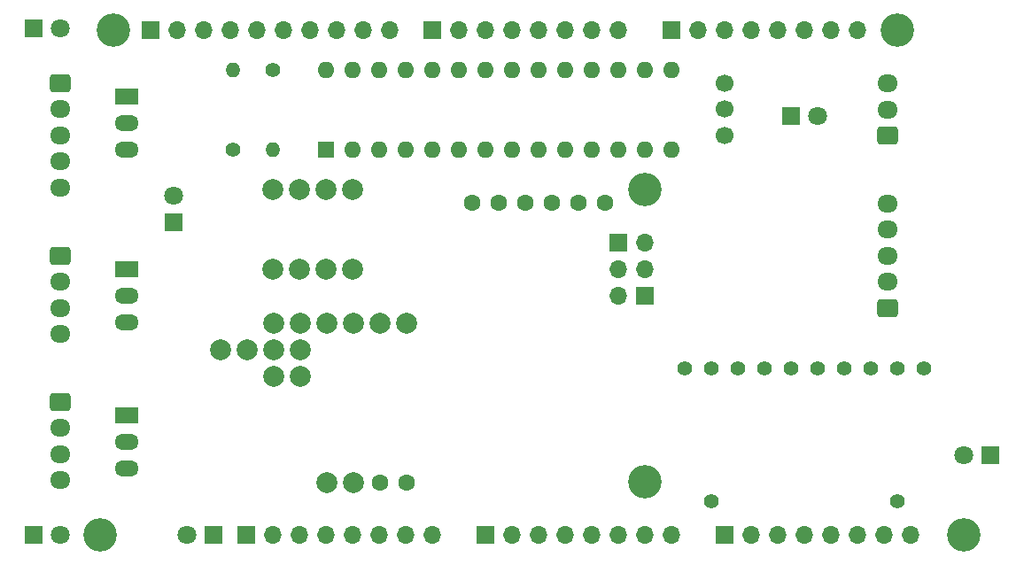
<source format=gbr>
%TF.GenerationSoftware,KiCad,Pcbnew,(6.0.7)*%
%TF.CreationDate,2023-03-01T01:07:27+09:00*%
%TF.ProjectId,PCB_Main,5043425f-4d61-4696-9e2e-6b696361645f,rev?*%
%TF.SameCoordinates,Original*%
%TF.FileFunction,Soldermask,Top*%
%TF.FilePolarity,Negative*%
%FSLAX46Y46*%
G04 Gerber Fmt 4.6, Leading zero omitted, Abs format (unit mm)*
G04 Created by KiCad (PCBNEW (6.0.7)) date 2023-03-01 01:07:27*
%MOMM*%
%LPD*%
G01*
G04 APERTURE LIST*
G04 Aperture macros list*
%AMRoundRect*
0 Rectangle with rounded corners*
0 $1 Rounding radius*
0 $2 $3 $4 $5 $6 $7 $8 $9 X,Y pos of 4 corners*
0 Add a 4 corners polygon primitive as box body*
4,1,4,$2,$3,$4,$5,$6,$7,$8,$9,$2,$3,0*
0 Add four circle primitives for the rounded corners*
1,1,$1+$1,$2,$3*
1,1,$1+$1,$4,$5*
1,1,$1+$1,$6,$7*
1,1,$1+$1,$8,$9*
0 Add four rect primitives between the rounded corners*
20,1,$1+$1,$2,$3,$4,$5,0*
20,1,$1+$1,$4,$5,$6,$7,0*
20,1,$1+$1,$6,$7,$8,$9,0*
20,1,$1+$1,$8,$9,$2,$3,0*%
G04 Aperture macros list end*
%ADD10R,1.800000X1.800000*%
%ADD11C,1.800000*%
%ADD12RoundRect,0.250000X0.725000X-0.600000X0.725000X0.600000X-0.725000X0.600000X-0.725000X-0.600000X0*%
%ADD13O,1.950000X1.700000*%
%ADD14C,3.200000*%
%ADD15R,1.600000X1.600000*%
%ADD16O,1.600000X1.600000*%
%ADD17R,2.300000X1.500000*%
%ADD18O,2.300000X1.500000*%
%ADD19RoundRect,0.250000X-0.725000X0.600000X-0.725000X-0.600000X0.725000X-0.600000X0.725000X0.600000X0*%
%ADD20C,1.400000*%
%ADD21O,1.400000X1.400000*%
%ADD22C,2.000000*%
%ADD23C,1.600000*%
%ADD24C,1.700000*%
%ADD25R,1.700000X1.700000*%
%ADD26O,1.700000X1.700000*%
G04 APERTURE END LIST*
D10*
%TO.C,Under1*%
X120955000Y-67620000D03*
D11*
X120955000Y-65080000D03*
%TD*%
D12*
%TO.C,GPS-UART1*%
X189260000Y-75790000D03*
D13*
X189260000Y-73290000D03*
X189260000Y-70790000D03*
X189260000Y-68290000D03*
X189260000Y-65790000D03*
%TD*%
D10*
%TO.C,Power1*%
X124770000Y-97460000D03*
D11*
X122230000Y-97460000D03*
%TD*%
D10*
%TO.C,SD1*%
X199065000Y-89840000D03*
D11*
X196525000Y-89840000D03*
%TD*%
D14*
%TO.C,MH6*%
X196520000Y-97460000D03*
%TD*%
D15*
%TO.C,ATP3012*%
X135570000Y-60620000D03*
D16*
X138110000Y-60620000D03*
X140650000Y-60620000D03*
X143190000Y-60620000D03*
X145730000Y-60620000D03*
X148270000Y-60620000D03*
X150810000Y-60620000D03*
X153350000Y-60620000D03*
X155890000Y-60620000D03*
X158430000Y-60620000D03*
X160970000Y-60620000D03*
X163510000Y-60620000D03*
X166050000Y-60620000D03*
X168590000Y-60620000D03*
X168590000Y-53000000D03*
X166050000Y-53000000D03*
X163510000Y-53000000D03*
X160970000Y-53000000D03*
X158430000Y-53000000D03*
X155890000Y-53000000D03*
X153350000Y-53000000D03*
X150810000Y-53000000D03*
X148270000Y-53000000D03*
X145730000Y-53000000D03*
X143190000Y-53000000D03*
X140650000Y-53000000D03*
X138110000Y-53000000D03*
X135570000Y-53000000D03*
%TD*%
D17*
%TO.C,M78AR05-2*%
X116510000Y-72060000D03*
D18*
X116510000Y-74600000D03*
X116510000Y-77140000D03*
%TD*%
D10*
%TO.C,1PPS1*%
X180005000Y-57455000D03*
D11*
X182545000Y-57455000D03*
%TD*%
D19*
%TO.C,ICS-UART1*%
X110160000Y-54280000D03*
D13*
X110160000Y-56780000D03*
X110160000Y-59280000D03*
X110160000Y-61780000D03*
X110160000Y-64280000D03*
%TD*%
D20*
%TO.C,R2*%
X126670000Y-60630000D03*
D21*
X126670000Y-53010000D03*
%TD*%
D19*
%TO.C,Under-UART1*%
X110160000Y-70790000D03*
D13*
X110160000Y-73290000D03*
X110160000Y-75790000D03*
X110160000Y-78290000D03*
%TD*%
D20*
%TO.C,AE-MICRO-SD-DIP1*%
X192710000Y-81585000D03*
X190170000Y-81585000D03*
X187630000Y-81585000D03*
X185090000Y-81585000D03*
X182550000Y-81585000D03*
X180010000Y-81585000D03*
X177470000Y-81585000D03*
X174930000Y-81585000D03*
X172390000Y-81585000D03*
X169850000Y-81585000D03*
X172390000Y-94285000D03*
X190170000Y-94285000D03*
%TD*%
D14*
%TO.C,MH1*%
X115240000Y-49200000D03*
%TD*%
D22*
%TO.C,ICS-board1*%
X143220000Y-77260000D03*
X140680000Y-77260000D03*
X138140000Y-77260000D03*
X135600000Y-77260000D03*
X135600000Y-92500000D03*
X138140000Y-92500000D03*
D23*
X140680000Y-92500000D03*
X143220000Y-92500000D03*
D22*
X133060000Y-77260000D03*
X133060000Y-79800000D03*
X133060000Y-82340000D03*
X130520000Y-77260000D03*
X130520000Y-79800000D03*
X130520000Y-82340000D03*
X127980000Y-79800000D03*
X125440000Y-79800000D03*
%TD*%
D19*
%TO.C,Air-UART1*%
X110160000Y-84760000D03*
D13*
X110160000Y-87260000D03*
X110160000Y-89760000D03*
X110160000Y-92260000D03*
%TD*%
D20*
%TO.C,R1*%
X130480000Y-53010000D03*
D21*
X130480000Y-60630000D03*
%TD*%
D24*
%TO.C,Y1*%
X173660000Y-54280000D03*
X173660000Y-56780000D03*
X173660000Y-59280000D03*
%TD*%
D12*
%TO.C,Speaker1*%
X189260000Y-59320000D03*
D13*
X189260000Y-56820000D03*
X189260000Y-54320000D03*
%TD*%
D17*
%TO.C,M78AR05-3*%
X116510000Y-86030000D03*
D18*
X116510000Y-88570000D03*
X116510000Y-91110000D03*
%TD*%
D23*
%TO.C,DPS310*%
X149530000Y-65710000D03*
X152070000Y-65710000D03*
X154610000Y-65710000D03*
X157150000Y-65710000D03*
X159690000Y-65710000D03*
X162230000Y-65710000D03*
%TD*%
D17*
%TO.C,M78AR05-1*%
X116510000Y-55550000D03*
D18*
X116510000Y-58090000D03*
X116510000Y-60630000D03*
%TD*%
D14*
%TO.C,MH2*%
X113970000Y-97460000D03*
%TD*%
D22*
%TO.C,AE-BNO55*%
X138100000Y-64440000D03*
X135560000Y-64440000D03*
X133020000Y-64440000D03*
X130480000Y-64440000D03*
X130480000Y-72060000D03*
X133020000Y-72060000D03*
X135560000Y-72060000D03*
X138100000Y-72060000D03*
%TD*%
D14*
%TO.C,MH3*%
X166040000Y-64440000D03*
%TD*%
%TO.C,MH4*%
X166040000Y-92380000D03*
%TD*%
D10*
%TO.C,Air1*%
X107620000Y-97460000D03*
D11*
X110160000Y-97460000D03*
%TD*%
D14*
%TO.C,MH5*%
X190170000Y-49200000D03*
%TD*%
D10*
%TO.C,ICS1*%
X107615000Y-49073000D03*
D11*
X110155000Y-49073000D03*
%TD*%
D25*
%TO.C,J1*%
X127940000Y-97460000D03*
D26*
X130480000Y-97460000D03*
X133020000Y-97460000D03*
X135560000Y-97460000D03*
X138100000Y-97460000D03*
X140640000Y-97460000D03*
X143180000Y-97460000D03*
X145720000Y-97460000D03*
%TD*%
D25*
%TO.C,J3*%
X150800000Y-97460000D03*
D26*
X153340000Y-97460000D03*
X155880000Y-97460000D03*
X158420000Y-97460000D03*
X160960000Y-97460000D03*
X163500000Y-97460000D03*
X166040000Y-97460000D03*
X168580000Y-97460000D03*
%TD*%
D25*
%TO.C,J5*%
X173660000Y-97460000D03*
D26*
X176200000Y-97460000D03*
X178740000Y-97460000D03*
X181280000Y-97460000D03*
X183820000Y-97460000D03*
X186360000Y-97460000D03*
X188900000Y-97460000D03*
X191440000Y-97460000D03*
%TD*%
D25*
%TO.C,J2*%
X118796000Y-49200000D03*
D26*
X121336000Y-49200000D03*
X123876000Y-49200000D03*
X126416000Y-49200000D03*
X128956000Y-49200000D03*
X131496000Y-49200000D03*
X134036000Y-49200000D03*
X136576000Y-49200000D03*
X139116000Y-49200000D03*
X141656000Y-49200000D03*
%TD*%
D25*
%TO.C,J4*%
X145720000Y-49200000D03*
D26*
X148260000Y-49200000D03*
X150800000Y-49200000D03*
X153340000Y-49200000D03*
X155880000Y-49200000D03*
X158420000Y-49200000D03*
X160960000Y-49200000D03*
X163500000Y-49200000D03*
%TD*%
D25*
%TO.C,J6*%
X168580000Y-49200000D03*
D26*
X171120000Y-49200000D03*
X173660000Y-49200000D03*
X176200000Y-49200000D03*
X178740000Y-49200000D03*
X181280000Y-49200000D03*
X183820000Y-49200000D03*
X186360000Y-49200000D03*
%TD*%
D25*
%TO.C,J7*%
X163500000Y-69520000D03*
D26*
X163500000Y-72060000D03*
X163500000Y-74600000D03*
%TD*%
D25*
%TO.C,J8*%
X166040000Y-74600000D03*
D26*
X166040000Y-72060000D03*
X166040000Y-69520000D03*
%TD*%
M02*

</source>
